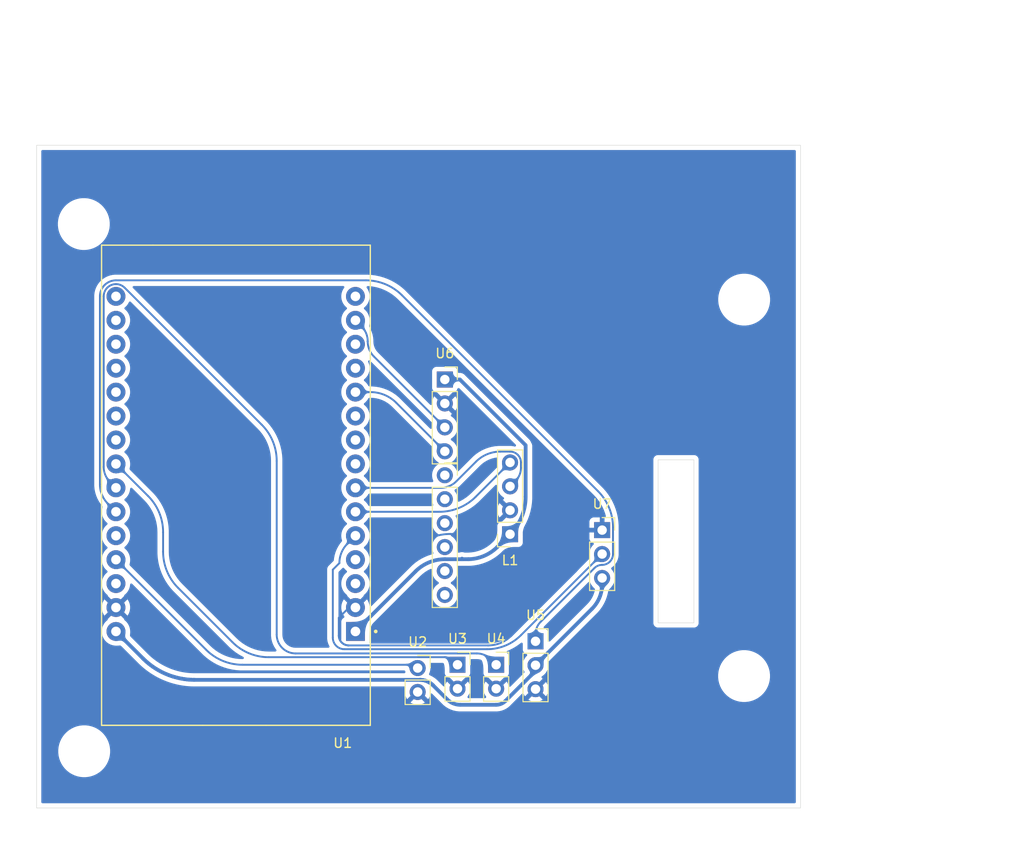
<source format=kicad_pcb>
(kicad_pcb (version 20241229) (generator "pcbnew") (generator_version "9.0")
  (layers (0 "F.Cu" signal) (2 "B.Cu" signal) (13 "F.Paste" user) (15 "B.Paste" user) (5 "F.SilkS" user "F.Silkscreen") (7 "B.SilkS" user "B.Silkscreen") (1 "F.Mask" user) (3 "B.Mask" user) (25 "Edge.Cuts" user))
  (net 0 "")
  (net 1 "GND")
  (net 4 "Net-(L1-RX)")
  (net 5 "Net-(L1-TX)")
  (net 6 "LED")
  (net 7 "+3.3V")
  (net 10 "PWM3")
  (net 13 "PWM1")
  (net 17 "Net-(U1-D22)")
  (net 18 "+5V")
  (net 21 "PWM2")
  (net 23 "PWM4")
  (net 24 "Net-(U1-D21)")
  (footprint "Connector_PinSocket_2.54mm:PinSocket_1x04_P2.54mm_Vertical" (layer "F.Cu") (at 150.68 64.28)
    (property "Reference" "U6" (at 0 -2.77 0) (layer "F.SilkS"))
    (property "Value" "~" (hide yes))
    (fp_line (start -1.33 1.27) (end -1.33 8.95) (stroke (width 0.12)) (layer "F.SilkS"))
    (fp_line (start -1.33 1.27) (end 1.33 1.27) (stroke (width 0.12)) (layer "F.SilkS"))
    (fp_line (start -1.33 8.95) (end 1.33 8.95) (stroke (width 0.12)) (layer "F.SilkS"))
    (fp_line (start 0 -1.33) (end 1.33 -1.33) (stroke (width 0.12)) (layer "F.SilkS"))
    (fp_line (start 1.33 -1.33) (end 1.33 0) (stroke (width 0.12)) (layer "F.SilkS"))
    (fp_line (start 1.33 1.27) (end 1.33 8.95) (stroke (width 0.12)) (layer "F.SilkS"))
    (pad "1" thru_hole rect (at 0 0) (size 1.7 1.7) (drill 1) (layers "*.Cu" "*.Mask") (net 7 "+3.3V"))
    (pad "2" thru_hole circle (at 0 2.54) (size 1.7 1.7) (drill 1) (layers "*.Cu" "*.Mask") (net 1 "GND"))
    (pad "3" thru_hole circle (at 0 5.08) (size 1.7 1.7) (drill 1) (layers "*.Cu" "*.Mask") (net 17 "Net-(U1-D22)"))
    (pad "4" thru_hole circle (at 0 7.62) (size 1.7 1.7) (drill 1) (layers "*.Cu" "*.Mask") (net 24 "Net-(U1-D21)"))
  )
  (footprint "Connector_PinSocket_2.54mm:PinSocket_1x03_P2.54mm_Vertical" (layer "F.Cu") (at 160.3 92.06)
    (property "Reference" "U5" (at 0 -2.77 0) (layer "F.SilkS"))
    (property "Value" "~")
    (fp_line (start -1.33 1.27) (end -1.33 6.41) (stroke (width 0.12)) (layer "F.SilkS"))
    (fp_line (start -1.33 1.27) (end 1.33 1.27) (stroke (width 0.12)) (layer "F.SilkS"))
    (fp_line (start -1.33 6.41) (end 1.33 6.41) (stroke (width 0.12)) (layer "F.SilkS"))
    (fp_line (start 0 -1.33) (end 1.33 -1.33) (stroke (width 0.12)) (layer "F.SilkS"))
    (fp_line (start 1.33 -1.33) (end 1.33 0) (stroke (width 0.12)) (layer "F.SilkS"))
    (fp_line (start 1.33 1.27) (end 1.33 6.41) (stroke (width 0.12)) (layer "F.SilkS"))
    (pad "1" thru_hole rect (at 0 0) (size 1.7 1.7) (drill 1) (layers "*.Cu" "*.Mask") (net 23 "PWM4"))
    (pad "2" thru_hole circle (at 0 2.54) (size 1.7 1.7) (drill 1) (layers "*.Cu" "*.Mask") (net 18 "+5V"))
    (pad "3" thru_hole circle (at 0 5.08) (size 1.7 1.7) (drill 1) (layers "*.Cu" "*.Mask") (net 1 "GND"))
  )
  (footprint "ESP32:MODULE_ESP32_DEVKIT_V1" (layer "F.Cu") (at 128.5 75.5 180)
    (property "Reference" "U1" (at -11.355 -27.36 0) (layer "F.SilkS"))
    (property "Value" "ESP32-DEVKIT-V1")
    (fp_line (start 14.23 25.475) (end -14.28 25.475) (stroke (width 0.127)) (layer "F.SilkS"))
    (fp_line (start 14.23 -25.475) (end 14.23 25.475) (stroke (width 0.127)) (layer "F.SilkS"))
    (fp_line (start 14.23 -25.475) (end 14.23 25.475) (stroke (width 0.127)) (layer "F.SilkS"))
    (fp_line (start 8.78 25.475) (end 14.23 25.475) (stroke (width 0.127)) (layer "F.SilkS"))
    (fp_line (start 3.5 -25.475) (end 14.23 -25.475) (stroke (width 0.127)) (layer "F.SilkS"))
    (fp_line (start -3.211 -25.475) (end 3.5 -25.475) (stroke (width 0.127)) (layer "F.SilkS"))
    (fp_line (start -8.91 25.475) (end 8.78 25.475) (stroke (width 0.127)) (layer "F.SilkS"))
    (fp_line (start -14.28 25.475) (end -8.91 25.475) (stroke (width 0.127)) (layer "F.SilkS"))
    (fp_line (start -14.28 25.475) (end -14.28 -25.475) (stroke (width 0.127)) (layer "F.SilkS"))
    (fp_line (start -14.28 25.475) (end -14.28 -25.475) (stroke (width 0.127)) (layer "F.SilkS"))
    (fp_line (start -14.28 -25.475) (end 14.23 -25.475) (stroke (width 0.127)) (layer "F.SilkS"))
    (fp_line (start -14.28 -25.475) (end -3.211 -25.475) (stroke (width 0.127)) (layer "F.SilkS"))
    (fp_circle (center -14.85 -15.515) (end -14.75 -15.515) (stroke (width 0.2)) (fill no) (layer "F.SilkS"))
    (pad "1" thru_hole rect (at -12.7 -15.515 180) (size 2 2) (drill 1.02) (layers "*.Cu" "*.Mask") (net 7 "+3.3V"))
    (pad "2" thru_hole circle (at -12.7 -12.975 180) (size 2 2) (drill 1.02) (layers "*.Cu" "*.Mask") (net 1 "GND"))
    (pad "3" thru_hole circle (at -12.7 -10.435 180) (size 2 2) (drill 1.02) (layers "*.Cu" "*.Mask"))
    (pad "4" thru_hole circle (at -12.7 -7.895 180) (size 2 2) (drill 1.02) (layers "*.Cu" "*.Mask"))
    (pad "5" thru_hole circle (at -12.7 -5.355 180) (size 2 2) (drill 1.02) (layers "*.Cu" "*.Mask") (net 6 "LED"))
    (pad "6" thru_hole circle (at -12.7 -2.815 180) (size 2 2) (drill 1.02) (layers "*.Cu" "*.Mask") (net 5 "Net-(L1-TX)"))
    (pad "7" thru_hole circle (at -12.7 -0.275 180) (size 2 2) (drill 1.02) (layers "*.Cu" "*.Mask") (net 4 "Net-(L1-RX)"))
    (pad "8" thru_hole circle (at -12.7 2.265 180) (size 2 2) (drill 1.02) (layers "*.Cu" "*.Mask"))
    (pad "9" thru_hole circle (at -12.7 4.805 180) (size 2 2) (drill 1.02) (layers "*.Cu" "*.Mask"))
    (pad "10" thru_hole circle (at -12.7 7.345 180) (size 2 2) (drill 1.02) (layers "*.Cu" "*.Mask"))
    (pad "11" thru_hole circle (at -12.7 9.885 180) (size 2 2) (drill 1.02) (layers "*.Cu" "*.Mask") (net 24 "Net-(U1-D21)"))
    (pad "12" thru_hole circle (at -12.7 12.425 180) (size 2 2) (drill 1.02) (layers "*.Cu" "*.Mask"))
    (pad "13" thru_hole circle (at -12.7 14.965 180) (size 2 2) (drill 1.02) (layers "*.Cu" "*.Mask"))
    (pad "14" thru_hole circle (at -12.7 17.505 180) (size 2 2) (drill 1.02) (layers "*.Cu" "*.Mask") (net 17 "Net-(U1-D22)"))
    (pad "15" thru_hole circle (at -12.7 20.045 180) (size 2 2) (drill 1.02) (layers "*.Cu" "*.Mask"))
    (pad "16" thru_hole circle (at 12.7 20.045 180) (size 2 2) (drill 1.02) (layers "*.Cu" "*.Mask"))
    (pad "17" thru_hole circle (at 12.7 17.505 180) (size 2 2) (drill 1.02) (layers "*.Cu" "*.Mask"))
    (pad "18" thru_hole circle (at 12.7 14.965 180) (size 2 2) (drill 1.02) (layers "*.Cu" "*.Mask"))
    (pad "19" thru_hole circle (at 12.7 12.425 180) (size 2 2) (drill 1.02) (layers "*.Cu" "*.Mask"))
    (pad "20" thru_hole circle (at 12.7 9.885 180) (size 2 2) (drill 1.02) (layers "*.Cu" "*.Mask"))
    (pad "21" thru_hole circle (at 12.7 7.345 180) (size 2 2) (drill 1.02) (layers "*.Cu" "*.Mask"))
    (pad "22" thru_hole circle (at 12.7 4.805 180) (size 2 2) (drill 1.02) (layers "*.Cu" "*.Mask"))
    (pad "23" thru_hole circle (at 12.7 2.265 180) (size 2 2) (drill 1.02) (layers "*.Cu" "*.Mask") (net 21 "PWM2"))
    (pad "24" thru_hole circle (at 12.7 -0.275 180) (size 2 2) (drill 1.02) (layers "*.Cu" "*.Mask") (net 10 "PWM3"))
    (pad "25" thru_hole circle (at 12.7 -2.815 180) (size 2 2) (drill 1.02) (layers "*.Cu" "*.Mask") (net 23 "PWM4"))
    (pad "26" thru_hole circle (at 12.7 -5.355 180) (size 2 2) (drill 1.02) (layers "*.Cu" "*.Mask"))
    (pad "27" thru_hole circle (at 12.7 -7.895 180) (size 2 2) (drill 1.02) (layers "*.Cu" "*.Mask") (net 13 "PWM1"))
    (pad "28" thru_hole circle (at 12.7 -10.435 180) (size 2 2) (drill 1.02) (layers "*.Cu" "*.Mask"))
    (pad "29" thru_hole circle (at 12.7 -12.975 180) (size 2 2) (drill 1.02) (layers "*.Cu" "*.Mask") (net 1 "GND"))
    (pad "30" thru_hole circle (at 12.7 -15.515 180) (size 2 2) (drill 1.02) (layers "*.Cu" "*.Mask") (net 18 "+5V"))
  )
  (footprint "" (layer "F.Cu") (at 112.39 47.78)
    (property "Reference" "" (at 0 0 0) (layer "F.SilkS") (effects (font (size 1.27 1.27))))
    (property "Value" "")
    (pad "" np_thru_hole circle (at 0 0 180) (size 3 3) (drill 5) (layers "*.Cu" "*.Mask"))
  )
  (footprint "" (layer "F.Cu") (at 182.43 55.8)
    (property "Reference" "" (at 0 0 0) (layer "F.SilkS") (effects (font (size 1.27 1.27))))
    (property "Value" "")
    (pad "" np_thru_hole circle (at 0 0 180) (size 3 3) (drill 5) (layers "*.Cu" "*.Mask"))
  )
  (footprint "" (layer "F.Cu") (at 182.42 95.75)
    (property "Reference" "" (at 0 0 0) (layer "F.SilkS") (effects (font (size 1.27 1.27))))
    (property "Value" "")
    (pad "" np_thru_hole circle (at 0 0 180) (size 3 3) (drill 5) (layers "*.Cu" "*.Mask"))
  )
  (footprint "" (layer "F.Cu") (at 112.43 103.73)
    (property "Reference" "" (at 0 0 0) (layer "F.SilkS") (effects (font (size 1.27 1.27))))
    (property "Value" "")
    (pad "" np_thru_hole circle (at 0 0 180) (size 3 3) (drill 5) (layers "*.Cu" "*.Mask"))
  )
  (footprint "Connector_PinSocket_2.54mm:PinSocket_1x02_P2.54mm_Vertical" (layer "F.Cu") (at 156.125 94.55)
    (property "Reference" "U4" (at 0 -2.77 0) (layer "F.SilkS"))
    (property "Value" "~")
    (fp_line (start -1.33 1.27) (end -1.33 3.87) (stroke (width 0.12)) (layer "F.SilkS"))
    (fp_line (start -1.33 1.27) (end 1.33 1.27) (stroke (width 0.12)) (layer "F.SilkS"))
    (fp_line (start -1.33 3.87) (end 1.33 3.87) (stroke (width 0.12)) (layer "F.SilkS"))
    (fp_line (start 0 -1.33) (end 1.33 -1.33) (stroke (width 0.12)) (layer "F.SilkS"))
    (fp_line (start 1.33 -1.33) (end 1.33 0) (stroke (width 0.12)) (layer "F.SilkS"))
    (fp_line (start 1.33 1.27) (end 1.33 3.87) (stroke (width 0.12)) (layer "F.SilkS"))
    (pad "1" thru_hole rect (at 0 0) (size 1.7 1.7) (drill 1) (layers "*.Cu" "*.Mask") (net 10 "PWM3"))
    (pad "2" thru_hole circle (at 0 2.54) (size 1.7 1.7) (drill 1) (layers "*.Cu" "*.Mask") (net 1 "GND"))
  )
  (footprint "Connector_PinSocket_2.54mm:PinSocket_1x04_P2.54mm_Vertical" (layer "F.Cu") (at 157.6 80.7 180)
    (property "Reference" "L1" (at 0 -2.77 0) (layer "F.SilkS"))
    (property "Value" "~")
    (fp_line (start 1.33 1.27) (end 1.33 8.95) (stroke (width 0.12)) (layer "F.SilkS"))
    (fp_line (start 1.33 -1.33) (end 1.33 0) (stroke (width 0.12)) (layer "F.SilkS"))
    (fp_line (start 0 -1.33) (end 1.33 -1.33) (stroke (width 0.12)) (layer "F.SilkS"))
    (fp_line (start -1.33 8.95) (end 1.33 8.95) (stroke (width 0.12)) (layer "F.SilkS"))
    (fp_line (start -1.33 1.27) (end 1.33 1.27) (stroke (width 0.12)) (layer "F.SilkS"))
    (fp_line (start -1.33 1.27) (end -1.33 8.95) (stroke (width 0.12)) (layer "F.SilkS"))
    (pad "1" thru_hole rect (at 0 0 180) (size 1.7 1.7) (drill 1) (layers "*.Cu" "*.Mask") (net 7 "+3.3V"))
    (pad "2" thru_hole circle (at 0 2.54 180) (size 1.7 1.7) (drill 1) (layers "*.Cu" "*.Mask") (net 1 "GND"))
    (pad "3" thru_hole circle (at 0 5.08 180) (size 1.7 1.7) (drill 1) (layers "*.Cu" "*.Mask") (net 4 "Net-(L1-RX)"))
    (pad "4" thru_hole circle (at 0 7.62 180) (size 1.7 1.7) (drill 1) (layers "*.Cu" "*.Mask") (net 5 "Net-(L1-TX)"))
  )
  (footprint "Connector_PinSocket_2.54mm:PinSocket_1x02_P2.54mm_Vertical" (layer "F.Cu") (at 152.025 94.55)
    (property "Reference" "U3" (at 0 -2.77 0) (layer "F.SilkS"))
    (property "Value" "~")
    (fp_line (start -1.33 1.27) (end -1.33 3.87) (stroke (width 0.12)) (layer "F.SilkS"))
    (fp_line (start -1.33 1.27) (end 1.33 1.27) (stroke (width 0.12)) (layer "F.SilkS"))
    (fp_line (start -1.33 3.87) (end 1.33 3.87) (stroke (width 0.12)) (layer "F.SilkS"))
    (fp_line (start 0 -1.33) (end 1.33 -1.33) (stroke (width 0.12)) (layer "F.SilkS"))
    (fp_line (start 1.33 -1.33) (end 1.33 0) (stroke (width 0.12)) (layer "F.SilkS"))
    (fp_line (start 1.33 1.27) (end 1.33 3.87) (stroke (width 0.12)) (layer "F.SilkS"))
    (pad "1" thru_hole rect (at 0 0) (size 1.7 1.7) (drill 1) (layers "*.Cu" "*.Mask") (net 21 "PWM2"))
    (pad "2" thru_hole circle (at 0 2.54) (size 1.7 1.7) (drill 1) (layers "*.Cu" "*.Mask") (net 1 "GND"))
  )
  (footprint "Connector_PinSocket_2.54mm:PinSocket_1x03_P2.54mm_Vertical" (layer "F.Cu") (at 167.365827 80.26)
    (property "Reference" "U7" (at 0 -2.77 0) (layer "F.SilkS"))
    (property "Value" "~")
    (fp_line (start -1.33 1.27) (end -1.33 6.41) (stroke (width 0.12)) (layer "F.SilkS"))
    (fp_line (start -1.33 1.27) (end 1.33 1.27) (stroke (width 0.12)) (layer "F.SilkS"))
    (fp_line (start -1.33 6.41) (end 1.33 6.41) (stroke (width 0.12)) (layer "F.SilkS"))
    (fp_line (start 0 -1.33) (end 1.33 -1.33) (stroke (width 0.12)) (layer "F.SilkS"))
    (fp_line (start 1.33 -1.33) (end 1.33 0) (stroke (width 0.12)) (layer "F.SilkS"))
    (fp_line (start 1.33 1.27) (end 1.33 6.41) (stroke (width 0.12)) (layer "F.SilkS"))
    (pad "1" thru_hole rect (at 0 0) (size 1.7 1.7) (drill 1) (layers "*.Cu" "*.Mask") (net 1 "GND"))
    (pad "2" thru_hole circle (at 0 2.54) (size 1.7 1.7) (drill 1) (layers "*.Cu" "*.Mask") (net 6 "LED"))
    (pad "3" thru_hole circle (at 0 5.08) (size 1.7 1.7) (drill 1) (layers "*.Cu" "*.Mask") (net 18 "+5V"))
  )
  (footprint "Connector_PinSocket_2.54mm:PinSocket_1x02_P2.54mm_Vertical" (layer "F.Cu") (at 147.8 94.9)
    (property "Reference" "U2" (at 0 -2.77 0) (layer "F.SilkS"))
    (property "Value" "~")
    (fp_line (start -1.33 1.27) (end -1.33 3.87) (stroke (width 0.12)) (layer "F.SilkS"))
    (fp_line (start -1.33 1.27) (end 1.33 1.27) (stroke (width 0.12)) (layer "F.SilkS"))
    (fp_line (start -1.33 3.87) (end 1.33 3.87) (stroke (width 0.12)) (layer "F.SilkS"))
    (fp_line (start 0 -1.33) (end 1.33 -1.33) (stroke (width 0.12)) (layer "F.SilkS"))
    (fp_line (start 1.33 -1.33) (end 1.33 0) (stroke (width 0.12)) (layer "F.SilkS"))
    (fp_line (start 1.33 1.27) (end 1.33 3.87) (stroke (width 0.12)) (layer "F.SilkS"))
    (pad "1" thru_hole circle (at 0 0) (size 1.7 1.7) (drill 1) (layers "*.Cu" "*.Mask") (net 13 "PWM1"))
    (pad "2" thru_hole circle (at 0 2.54) (size 1.7 1.7) (drill 1) (layers "*.Cu" "*.Mask") (net 1 "GND"))
  )
  (footprint "Connector_PinSocket_2.54mm:PinSocket_1x06_P2.54mm_Vertical" (layer "F.Cu") (at 150.68 74.44)
    (property "Reference" "REF**" (hide yes))
    (property "Value" "PinSocket_1x06_P2.54mm_Vertical")
    (fp_line (start -1.33 1.27) (end -1.33 14.03) (stroke (width 0.12)) (layer "F.SilkS"))
    (fp_line (start -1.33 1.27) (end 1.33 1.27) (stroke (width 0.12)) (layer "F.SilkS"))
    (fp_line (start -1.33 14.03) (end 1.33 14.03) (stroke (width 0.12)) (layer "F.SilkS"))
    (fp_line (start 0 -1.33) (end 1.33 -1.33) (stroke (width 0.12)) (layer "F.SilkS"))
    (fp_line (start 1.33 -1.33) (end 1.33 0) (stroke (width 0.12)) (layer "F.SilkS"))
    (fp_line (start 1.33 1.27) (end 1.33 14.03) (stroke (width 0.12)) (layer "F.SilkS"))
    (pad "1" thru_hole circle (at 0 0) (size 1.7 1.7) (drill 1) (layers "*.Cu" "*.Mask"))
    (pad "2" thru_hole circle (at 0 2.54) (size 1.7 1.7) (drill 1) (layers "*.Cu" "*.Mask"))
    (pad "3" thru_hole circle (at 0 5.08) (size 1.7 1.7) (drill 1) (layers "*.Cu" "*.Mask"))
    (pad "4" thru_hole circle (at 0 7.62) (size 1.7 1.7) (drill 1) (layers "*.Cu" "*.Mask"))
    (pad "5" thru_hole circle (at 0 10.16) (size 1.7 1.7) (drill 1) (layers "*.Cu" "*.Mask"))
    (pad "6" thru_hole circle (at 0 12.7) (size 1.7 1.7) (drill 1) (layers "*.Cu" "*.Mask"))
  )
  (gr_rect (start 173.3 72.8) (end 177.1 90.1) (stroke (width 0.05)) (fill no) (layer "Edge.Cuts"))
  (gr_rect (start 107.38 39.42) (end 188.41 109.75) (stroke (width 0.05)) (fill no) (layer "Edge.Cuts"))
  (segment (start 156.175 97.14) (end 156.125 97.09) (width 0.2) (layer "B.Cu") (net 1))
  (segment (start 149.583883 65.783883) (end 150.598786 66.798786) (width 0.2) (layer "B.Cu") (net 1))
  (segment (start 160.25 97.09) (end 160.3 97.14) (width 0.2) (layer "B.Cu") (net 1))
  (segment (start 152.896015 63.496015) (end 158.906207 69.506207) (width 0.2) (layer "B.Cu") (net 1))
  (segment (start 140.49246 92.499) (end 140.448702 92.498589) (width 0.2) (layer "B.Cu") (net 1))
  (segment (start 139.456139 91.657891) (end 139.441736 91.571569) (width 0.2) (layer "B.Cu") (net 1))
  (segment (start 139.582843 91.982617) (end 139.541191 91.905649) (width 0.2) (layer "B.Cu") (net 1))
  (segment (start 139.434054 91.440594) (end 139.434054 89.565946) (width 0.2) (layer "B.Cu") (net 1))
  (segment (start 140.190327 92.455464) (end 140.107553 92.427046) (width 0.2) (layer "B.Cu") (net 1))
  (segment (start 139.808118 92.24861) (end 139.743732 92.189336) (width 0.2) (layer "B.Cu") (net 1))
  (segment (start 139.68446 92.124947) (end 139.630708 92.055884) (width 0.2) (layer "B.Cu") (net 1))
  (segment (start 140.107553 92.427046) (end 140.02741 92.391888) (width 0.2) (layer "B.Cu") (net 1))
  (segment (start 156.3445 79.4155) (end 157.6 78.16) (width 0.2) (layer "B.Cu") (net 1))
  (segment (start 139.743732 92.189336) (end 139.68446 92.124947) (width 0.2) (layer "B.Cu") (net 1))
  (segment (start 155.270697 92.499) (end 140.49246 92.499) (width 0.2) (layer "B.Cu") (net 1))
  (segment (start 157.712426 91.487573) (end 158.3185 90.8815) (width 0.2) (layer "B.Cu") (net 1))
  (segment (start 139.630708 92.055884) (end 139.582843 91.982617) (width 0.2) (layer "B.Cu") (net 1))
  (segment (start 165.6 80.840416) (end 165.6 82.1) (width 0.2) (layer "B.Cu") (net 1))
  (segment (start 157.712426 91.487573) (end 164.539339 84.66066) (width 0.2) (layer "B.Cu") (net 1))
  (segment (start 140.448702 92.498589) (end 140.361485 92.491359) (width 0.2) (layer "B.Cu") (net 1))
  (segment (start 139.434054 89.565946) (end 140.525 88.475) (width 0.2) (layer "B.Cu") (net 1))
  (segment (start 139.477622 91.742729) (end 139.456139 91.657891) (width 0.2) (layer "B.Cu") (net 1))
  (segment (start 147.410207 82.264792) (end 141.2 88.475) (width 0.2) (layer "B.Cu") (net 1))
  (segment (start 139.434509 91.484352) (end 139.434054 91.440594) (width 0.2) (layer "B.Cu") (net 1))
  (segment (start 150.65 66.82) (end 150.68 66.82) (width 0.2) (layer "B.Cu") (net 1))
  (segment (start 139.541191 91.905649) (end 139.506038 91.825504) (width 0.2) (layer "B.Cu") (net 1))
  (segment (start 150.25 62.4) (end 149.95 62.4) (width 0.2) (layer "B.Cu") (net 1))
  (segment (start 140.361485 92.491359) (end 140.275164 92.476951) (width 0.2) (layer "B.Cu") (net 1))
  (segment (start 139.950443 92.350233) (end 139.877179 92.302365) (width 0.2) (layer "B.Cu") (net 1))
  (segment (start 140.275164 92.476951) (end 140.190327 92.455464) (width 0.2) (layer "B.Cu") (net 1))
  (segment (start 159.753 87.41831) (end 159.753 80.775208) (width 0.2) (layer "B.Cu") (net 1))
  (segment (start 140.02741 92.391888) (end 139.950443 92.350233) (width 0.2) (layer "B.Cu") (net 1))
  (segment (start 151.257963 80.671) (end 153.313454 80.671) (width 0.2) (layer "B.Cu") (net 1))
  (segment (start 160.5 73.353963) (end 160.5 78.971791) (width 0.2) (layer "B.Cu") (net 1))
  (segment (start 151.675 97.44) (end 152.025 97.09) (width 0.2) (layer "B.Cu") (net 1))
  (segment (start 139.877179 92.302365) (end 139.808118 92.24861) (width 0.2) (layer "B.Cu") (net 1))
  (segment (start 139.441736 91.571569) (end 139.434509 91.484352) (width 0.2) (layer "B.Cu") (net 1))
  (segment (start 139.506038 91.825504) (end 139.477622 91.742729) (width 0.2) (layer "B.Cu") (net 1))
  (segment (start 140.525 88.475) (end 141.2 88.475) (width 0.2) (layer "B.Cu") (net 1))
  (segment (start 166.180416 80.26) (end 167.365827 80.26) (width 0.2) (layer "B.Cu") (net 1))
  (arc (start 156.3445 79.4155) (mid 154.953844 80.344706) (end 153.313454 80.671) (width 0.2) (layer "B.Cu") (net 1))
  (arc (start 158.906207 69.506207) (mid 160.085786 71.271572) (end 160.5 73.353963) (width 0.2) (layer "B.Cu") (net 1))
  (arc (start 166.180416 80.26) (mid 165.9583 80.304181) (end 165.77 80.43) (width 0.2) (layer "B.Cu") (net 1))
  (arc (start 151.257963 80.671) (mid 149.175572 81.085213) (end 147.410207 82.264792) (width 0.2) (layer "B.Cu") (net 1))
  (arc (start 149.95 62.4) (mid 149.066116 62.766116) (end 148.7 63.65) (width 0.2) (layer "B.Cu") (net 1))
  (arc (start 160.1265 79.8735) (mid 159.850069 80.287207) (end 159.753 80.775208) (width 0.2) (layer "B.Cu") (net 1))
  (arc (start 148.7 63.65) (mid 148.929713 64.804849) (end 149.583883 65.783883) (width 0.2) (layer "B.Cu") (net 1))
  (arc (start 159.753 87.41831) (mid 159.380185 89.292575) (end 158.3185 90.8815) (width 0.2) (layer "B.Cu") (net 1))
  (arc (start 165.6 82.1) (mid 165.324343 83.485819) (end 164.539339 84.66066) (width 0.2) (layer "B.Cu") (net 1))
  (arc (start 150.598786 66.798786) (mid 150.622283 66.814486) (end 150.65 66.82) (width 0.2) (layer "B.Cu") (net 1))
  (arc (start 157.712426 91.487573) (mid 157.712425 91.487573) (end 157.712426 91.487573) (width 0.2) (layer "B.Cu") (net 1))
  (arc (start 152.896015 63.496015) (mid 151.682013 62.684845) (end 150.25 62.4) (width 0.2) (layer "B.Cu") (net 1))
  (arc (start 160.5 78.971791) (mid 160.40293 79.459792) (end 160.1265 79.8735) (width 0.2) (layer "B.Cu") (net 1))
  (arc (start 165.77 80.43) (mid 165.644181 80.6183) (end 165.6 80.840416) (width 0.2) (layer "B.Cu") (net 1))
  (arc (start 157.712426 91.487573) (mid 156.592124 92.236151) (end 155.270697 92.499) (width 0.2) (layer "B.Cu") (net 1))
  (segment (start 158.1755 75.0445) (end 157.6 75.62) (width 0.2) (layer "B.Cu") (net 4))
  (segment (start 157.6 71.929) (end 156.56676 71.929) (width 0.2) (layer "B.Cu") (net 4))
  (segment (start 150.224053 75.775) (end 141.2 75.775) (width 0.2) (layer "B.Cu") (net 4))
  (segment (start 151.908462 75.077295) (end 153.989028 72.996731) (width 0.2) (layer "B.Cu") (net 4))
  (segment (start 158.751 73.65512) (end 158.751 73.079999) (width 0.2) (layer "B.Cu") (net 4))
  (arc (start 158.751 73.65512) (mid 158.601432 74.407047) (end 158.1755 75.0445) (width 0.2) (layer "B.Cu") (net 4))
  (arc (start 156.56676 71.929) (mid 155.171701 72.206494) (end 153.989028 72.996731) (width 0.2) (layer "B.Cu") (net 4))
  (arc (start 158.41388 72.26612) (mid 158.040468 72.016614) (end 157.6 71.929) (width 0.2) (layer "B.Cu") (net 4))
  (arc (start 158.41388 72.26612) (mid 158.663385 72.63953) (end 158.751 73.079999) (width 0.2) (layer "B.Cu") (net 4))
  (arc (start 151.908462 75.077295) (mid 151.135649 75.593672) (end 150.224053 75.775) (width 0.2) (layer "B.Cu") (net 4))
  (segment (start 153.958792 76.721207) (end 157.6 73.08) (width 0.2) (layer "B.Cu") (net 5))
  (segment (start 150.111036 78.315) (end 141.2 78.315) (width 0.2) (layer "B.Cu") (net 5))
  (arc (start 153.958792 76.721207) (mid 152.193426 77.900786) (end 150.111036 78.315) (width 0.2) (layer "B.Cu") (net 5))
  (segment (start 140.030299 92.9) (end 155.167602 92.9) (width 0.2) (layer "B.Cu") (net 6))
  (segment (start 138.8 84.458495) (end 138.8 91.669701) (width 0.2) (layer "B.Cu") (net 6))
  (segment (start 141.2 80.855) (end 140.349 81.706) (width 0.2) (layer "B.Cu") (net 6))
  (segment (start 158.749496 91.416331) (end 167.365827 82.8) (width 0.2) (layer "B.Cu") (net 6))
  (segment (start 139.498 83.760495) (end 138.8 84.458495) (width 0.2) (layer "B.Cu") (net 6))
  (arc (start 158.749496 91.416331) (mid 157.106109 92.514407) (end 155.167602 92.9) (width 0.2) (layer "B.Cu") (net 6))
  (arc (start 140.349 81.706) (mid 139.719167 82.64861) (end 139.498 83.760495) (width 0.2) (layer "B.Cu") (net 6))
  (arc (start 138.8 91.669701) (mid 139.160346 92.539654) (end 140.030299 92.9) (width 0.2) (layer "B.Cu") (net 6))
  (segment (start 152.451 83.349) (end 150.695671 83.349) (width 0.4) (layer "B.Cu") (net 7))
  (segment (start 150.68 64.28) (end 152.28 64.28) (width 0.4) (layer "B.Cu") (net 7))
  (segment (start 147.572227 84.642773) (end 141.2 91.015) (width 0.4) (layer "B.Cu") (net 7))
  (segment (start 152.28 64.28) (end 159.2 71.2) (width 0.4) (layer "B.Cu") (net 7))
  (segment (start 153.194478 83.348558) (end 152.548558 83.348558) (width 0.4) (layer "B.Cu") (net 7))
  (segment (start 159.252 71.252) (end 159.252 76.715388) (width 0.4) (layer "B.Cu") (net 7))
  (segment (start 157.602594 80.697406) (end 157.6 80.7) (width 0.4) (layer "B.Cu") (net 7))
  (segment (start 157.6 80.7) (end 156.258281 82.041719) (width 0.4) (layer "B.Cu") (net 7))
  (segment (start 152.5 83.3) (end 152.451 83.349) (width 0.4) (layer "B.Cu") (net 7))
  (segment (start 152.548558 83.348558) (end 152.5 83.3) (width 0.4) (layer "B.Cu") (net 7))
  (arc (start 150.695671 83.349) (mid 149.005275 83.685241) (end 147.572227 84.642773) (width 0.4) (layer "B.Cu") (net 7))
  (arc (start 156.258281 82.041719) (mid 154.852795 82.991393) (end 153.194478 83.348558) (width 0.4) (layer "B.Cu") (net 7))
  (arc (start 159.252 76.715388) (mid 158.823333 78.870441) (end 157.602594 80.697406) (width 0.4) (layer "B.Cu") (net 7))
  (segment (start 116.719946 54.535054) (end 131.254207 69.069315) (width 0.2) (layer "B.Cu") (net 10))
  (segment (start 155.524 93.949) (end 156.125 94.55) (width 0.2) (layer "B.Cu") (net 10))
  (segment (start 134.847998 93.348) (end 154.073057 93.348) (width 0.2) (layer "B.Cu") (net 10))
  (segment (start 132.848 91.348001) (end 132.848 72.917071) (width 0.2) (layer "B.Cu") (net 10))
  (segment (start 115.1495 75.1245) (end 115.8 75.775) (width 0.2) (layer "B.Cu") (net 10))
  (segment (start 114.499 55.454999) (end 114.499 73.554054) (width 0.2) (layer "B.Cu") (net 10))
  (arc (start 132.848 91.348001) (mid 133.433785 92.762213) (end 134.847998 93.348) (width 0.2) (layer "B.Cu") (net 10))
  (arc (start 114.880054 54.535054) (mid 114.598032 54.957128) (end 114.499 55.454999) (width 0.2) (layer "B.Cu") (net 10))
  (arc (start 155.524 93.949) (mid 154.858301 93.504194) (end 154.073057 93.348) (width 0.2) (layer "B.Cu") (net 10))
  (arc (start 115.799999 54.154) (mid 115.302128 54.253032) (end 114.880054 54.535054) (width 0.2) (layer "B.Cu") (net 10))
  (arc (start 116.719946 54.535054) (mid 116.29787 54.253032) (end 115.799999 54.154) (width 0.2) (layer "B.Cu") (net 10))
  (arc (start 114.499 73.554054) (mid 114.668059 74.403973) (end 115.1495 75.1245) (width 0.2) (layer "B.Cu") (net 10))
  (arc (start 131.254207 69.069315) (mid 132.433786 70.83468) (end 132.848 72.917071) (width 0.2) (layer "B.Cu") (net 10))
  (segment (start 125.361207 92.956207) (end 115.8 83.395) (width 0.2) (layer "B.Cu") (net 13))
  (segment (start 147.202512 94.55) (end 129.208963 94.55) (width 0.2) (layer "B.Cu") (net 13))
  (segment (start 147.625 94.725) (end 147.8 94.9) (width 0.2) (layer "B.Cu") (net 13))
  (arc (start 147.625 94.725) (mid 147.43116 94.595481) (end 147.202512 94.55) (width 0.2) (layer "B.Cu") (net 13))
  (arc (start 125.361207 92.956207) (mid 127.126572 94.135786) (end 129.208963 94.55) (width 0.2) (layer "B.Cu") (net 13))
  (segment (start 143.167448 61.847448) (end 150.68 69.36) (width 0.2) (layer "B.Cu") (net 17))
  (segment (start 142.501 60.215945) (end 142.501 60.2385) (width 0.2) (layer "B.Cu") (net 17))
  (segment (start 141.8505 58.6455) (end 141.2 57.995) (width 0.2) (layer "B.Cu") (net 17))
  (arc (start 142.501 60.2385) (mid 142.674204 61.109256) (end 143.167448 61.847448) (width 0.2) (layer "B.Cu") (net 17))
  (arc (start 141.8505 58.6455) (mid 142.33194 59.366026) (end 142.501 60.215945) (width 0.2) (layer "B.Cu") (net 17))
  (segment (start 120.305804 95.13286) (end 120.519267 95.250214) (width 0.4) (layer "B.Cu") (net 18))
  (segment (start 149.393792 96.694332) (end 149.436787 96.736787) (width 0.4) (layer "B.Cu") (net 18))
  (segment (start 157.114711 98.385289) (end 160.3 95.2) (width 0.4) (layer "B.Cu") (net 18))
  (segment (start 120.096133 95.008859) (end 120.305804 95.13286) (width 0.4) (layer "B.Cu") (net 18))
  (segment (start 122.101552 95.876696) (end 122.337493 95.937277) (width 0.4) (layer "B.Cu") (net 18))
  (segment (start 119.890461 94.878333) (end 120.096133 95.008859) (width 0.4) (layer "B.Cu") (net 18))
  (segment (start 148.442446 96.19504) (end 148.559778 96.223959) (width 0.4) (layer "B.Cu") (net 18))
  (segment (start 149.436787 96.736787) (end 150.914214 98.214214) (width 0.4) (layer "B.Cu") (net 18))
  (segment (start 118.665009 93.880009) (end 118.751458 93.965807) (width 0.4) (layer "B.Cu") (net 18))
  (segment (start 124.025869 96.150576) (end 124.147666 96.151) (width 0.4) (layer "B.Cu") (net 18))
  (segment (start 148.082995 96.1514) (end 148.203618 96.158695) (width 0.4) (layer "B.Cu") (net 18))
  (segment (start 123.782395 96.142924) (end 124.025869 96.150576) (width 0.4) (layer "B.Cu") (net 18))
  (segment (start 123.296768 96.104702) (end 123.539281 96.127627) (width 0.4) (layer "B.Cu") (net 18))
  (segment (start 118.751458 93.965807) (end 118.929029 94.13256) (width 0.4) (layer "B.Cu") (net 18))
  (segment (start 121.180279 95.561268) (end 121.406767 95.650942) (width 0.4) (layer "B.Cu") (net 18))
  (segment (start 124.147666 96.151) (end 148.022573 96.151) (width 0.4) (layer "B.Cu") (net 18))
  (segment (start 121.406767 95.650942) (end 121.635959 95.733458) (width 0.4) (layer "B.Cu") (net 18))
  (segment (start 148.788142 96.302759) (end 148.89834 96.352354) (width 0.4) (layer "B.Cu") (net 18))
  (segment (start 148.203618 96.158695) (end 148.323581 96.173259) (width 0.4) (layer "B.Cu") (net 18))
  (segment (start 119.688989 94.741412) (end 119.890461 94.878333) (width 0.4) (layer "B.Cu") (net 18))
  (segment (start 115.8 91.015) (end 118.665009 93.880009) (width 0.4) (layer "B.Cu") (net 18))
  (segment (start 148.022573 96.151) (end 148.082995 96.1514) (width 0.4) (layer "B.Cu") (net 18))
  (segment (start 149.005342 96.408512) (end 149.108759 96.471027) (width 0.4) (layer "B.Cu") (net 18))
  (segment (start 119.491919 94.598229) (end 119.688989 94.741412) (width 0.4) (layer "B.Cu") (net 18))
  (segment (start 167.365827 85.34) (end 167.365827 86.010468) (width 0.4) (layer "B.Cu") (net 18))
  (segment (start 148.323581 96.173259) (end 148.442446 96.19504) (width 0.4) (layer "B.Cu") (net 18))
  (segment (start 119.111751 94.293653) (end 119.299442 94.448927) (width 0.4) (layer "B.Cu") (net 18))
  (segment (start 122.8145 96.036062) (end 123.055095 96.07417) (width 0.4) (layer "B.Cu") (net 18))
  (segment (start 149.208212 96.539673) (end 149.303339 96.614199) (width 0.4) (layer "B.Cu") (net 18))
  (segment (start 148.89834 96.352354) (end 149.005342 96.408512) (width 0.4) (layer "B.Cu") (net 18))
  (segment (start 148.559778 96.223959) (end 148.675151 96.259909) (width 0.4) (layer "B.Cu") (net 18))
  (segment (start 152.328427 98.8) (end 156.11351 98.8) (width 0.4) (layer "B.Cu") (net 18))
  (segment (start 121.635959 95.733458) (end 121.867631 95.808734) (width 0.4) (layer "B.Cu") (net 18))
  (segment (start 120.73631 95.360805) (end 120.95672 95.464523) (width 0.4) (layer "B.Cu") (net 18))
  (segment (start 120.519267 95.250214) (end 120.73631 95.360805) (width 0.4) (layer "B.Cu") (net 18))
  (segment (start 123.055095 96.07417) (end 123.296768 96.104702) (width 0.4) (layer "B.Cu") (net 18))
  (segment (start 118.929029 94.13256) (end 119.111751 94.293653) (width 0.4) (layer "B.Cu") (net 18))
  (segment (start 122.575221 95.990416) (end 122.8145 96.036062) (width 0.4) (layer "B.Cu") (net 18))
  (segment (start 119.299442 94.448927) (end 119.491919 94.598229) (width 0.4) (layer "B.Cu") (net 18))
  (segment (start 166.288405 88.611595) (end 160.3 94.6) (width 0.4) (layer "B.Cu") (net 18))
  (segment (start 160.3 95.2) (end 160.3 94.6) (width 0.4) (layer "B.Cu") (net 18))
  (segment (start 149.108759 96.471027) (end 149.208212 96.539673) (width 0.4) (layer "B.Cu") (net 18))
  (segment (start 149.303339 96.614199) (end 149.393792 96.694332) (width 0.4) (layer "B.Cu") (net 18))
  (segment (start 148.675151 96.259909) (end 148.788142 96.302759) (width 0.4) (layer "B.Cu") (net 18))
  (segment (start 120.95672 95.464523) (end 121.180279 95.561268) (width 0.4) (layer "B.Cu") (net 18))
  (segment (start 122.337493 95.937277) (end 122.575221 95.990416) (width 0.4) (layer "B.Cu") (net 18))
  (segment (start 121.867631 95.808734) (end 122.101552 95.876696) (width 0.4) (layer "B.Cu") (net 18))
  (segment (start 123.539281 96.127627) (end 123.782395 96.142924) (width 0.4) (layer "B.Cu") (net 18))
  (arc (start 157.114711 98.385289) (mid 156.655356 98.69222) (end 156.11351 98.8) (width 0.4) (layer "B.Cu") (net 18))
  (arc (start 150.914214 98.214214) (mid 151.56306 98.647759) (end 152.328427 98.8) (width 0.4) (layer "B.Cu") (net 18))
  (arc (start 167.365827 86.010468) (mid 167.085814 87.418188) (end 166.288405 88.611595) (width 0.4) (layer "B.Cu") (net 18))
  (segment (start 120.8 80.488963) (end 120.8 82.546036) (width 0.2) (layer "B.Cu") (net 21))
  (segment (start 119.206207 76.641207) (end 115.8 73.235) (width 0.2) (layer "B.Cu") (net 21))
  (segment (start 151.6245 94.1495) (end 152.025 94.55) (width 0.2) (layer "B.Cu") (net 21))
  (segment (start 128.155207 92.155207) (end 122.393792 86.393792) (width 0.2) (layer "B.Cu") (net 21))
  (segment (start 132.002963 93.749) (end 150.657607 93.749) (width 0.2) (layer "B.Cu") (net 21))
  (arc (start 119.206207 76.641207) (mid 120.385786 78.406572) (end 120.8 80.488963) (width 0.2) (layer "B.Cu") (net 21))
  (arc (start 151.6245 94.1495) (mid 151.180885 93.853086) (end 150.657607 93.749) (width 0.2) (layer "B.Cu") (net 21))
  (arc (start 120.8 82.546036) (mid 121.214213 84.628426) (end 122.393792 86.393792) (width 0.2) (layer "B.Cu") (net 21))
  (arc (start 128.155207 92.155207) (mid 129.920572 93.334786) (end 132.002963 93.749) (width 0.2) (layer "B.Cu") (net 21))
  (segment (start 114.949 77.464) (end 115.8 78.315) (width 0.2) (layer "B.Cu") (net 23))
  (segment (start 168.516827 82.8) (end 168.516827 79.97079) (width 0.2) (layer "B.Cu") (net 23))
  (segment (start 166.923034 76.123034) (end 146.146792 55.346792) (width 0.2) (layer "B.Cu") (net 23))
  (segment (start 160.3 91.300033) (end 160.3 92.06) (width 0.2) (layer "B.Cu") (net 23))
  (segment (start 115.799999 53.753) (end 142.299036 53.753) (width 0.2) (layer "B.Cu") (net 23))
  (segment (start 114.098 75.409504) (end 114.098 55.454999) (width 0.2) (layer "B.Cu") (net 23))
  (segment (start 160.837377 90.002689) (end 166.551946 84.28812) (width 0.2) (layer "B.Cu") (net 23))
  (arc (start 168.179707 83.61388) (mid 167.806295 83.863385) (end 167.365827 83.951) (width 0.2) (layer "B.Cu") (net 23))
  (arc (start 168.516827 82.8) (mid 168.429212 83.240468) (end 168.179707 83.61388) (width 0.2) (layer "B.Cu") (net 23))
  (arc (start 167.365827 83.951) (mid 166.925357 84.038614) (end 166.551946 84.28812) (width 0.2) (layer "B.Cu") (net 23))
  (arc (start 115.799999 53.753) (mid 115.148672 53.882556) (end 114.596504 54.251504) (width 0.2) (layer "B.Cu") (net 23))
  (arc (start 114.098 75.409504) (mid 114.319167 76.521389) (end 114.949 77.464) (width 0.2) (layer "B.Cu") (net 23))
  (arc (start 166.923034 76.123034) (mid 168.102613 77.888399) (end 168.516827 79.97079) (width 0.2) (layer "B.Cu") (net 23))
  (arc (start 146.146792 55.346792) (mid 144.381426 54.167213) (end 142.299036 53.753) (width 0.2) (layer "B.Cu") (net 23))
  (arc (start 160.837377 90.002689) (mid 160.439659 90.597915) (end 160.3 91.300033) (width 0.2) (layer "B.Cu") (net 23))
  (arc (start 114.596504 54.251504) (mid 114.227556 54.803672) (end 114.098 55.454999) (width 0.2) (layer "B.Cu") (net 23))
  (segment (start 145.524603 66.744603) (end 150.68 71.9) (width 0.2) (layer "B.Cu") (net 24))
  (segment (start 142.7975 65.615) (end 141.2 65.615) (width 0.2) (layer "B.Cu") (net 24))
  (arc (start 145.524603 66.744603) (mid 144.273397 65.908574) (end 142.7975 65.615) (width 0.2) (layer "B.Cu") (net 24))
  (zone (net 1) (net_name "GND") (layer "B.Cu") (connect_pads (clearance 0.5)) (min_thickness 0.25) (fill yes (thermal_gap 0.5) (thermal_bridge_width 0.5) (island_removal_mode 1) (island_area_min 10))
    (polygon (pts (xy 104 37) (xy 194.64 37) (xy 194.64 115.055731) (xy 103.5 114.5)))
  )
)
</source>
